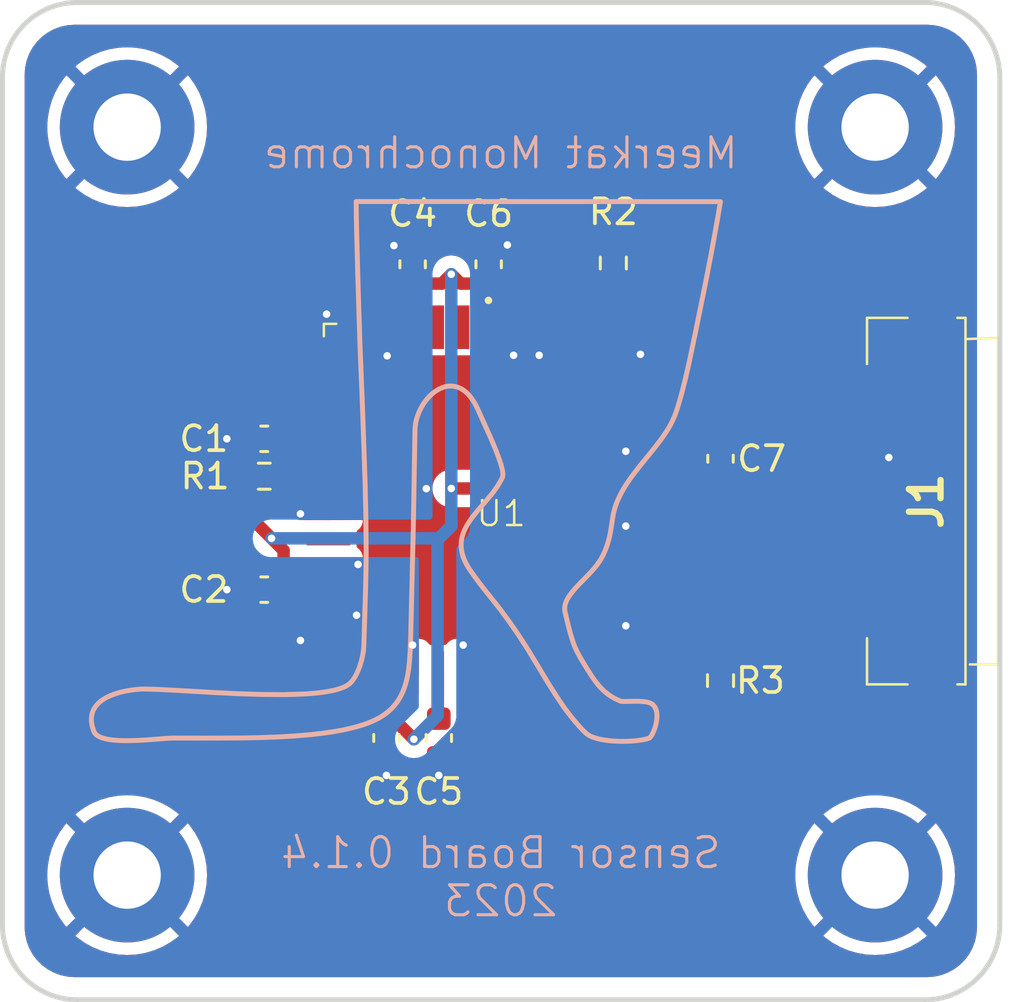
<source format=kicad_pcb>
(kicad_pcb (version 20221018) (generator pcbnew)
  (layers (0 "F.Cu" signal) (31 "B.Cu" signal) (34 "B.Paste" user) (35 "F.Paste" user) (36 "B.SilkS" user "B.Silkscreen") (37 "F.SilkS" user "F.Silkscreen") (38 "B.Mask" user) (39 "F.Mask" user) (44 "Edge.Cuts" user))
  (net 0 "")
  (net 1 "GNDREF")
  (net 2 "/RESET")
  (net 3 "/TRIGGER")
  (net 4 "/STANDBY")
  (net 5 "/SCLK")
  (net 6 "/SDATA")
  (net 7 "/D9")
  (net 8 "/D8")
  (net 9 "/D7")
  (net 10 "/D6")
  (net 11 "/D5")
  (net 12 "/PIXCLK")
  (net 13 "/CLKIN")
  (net 14 "/D4")
  (net 15 "/D3")
  (net 16 "/D2")
  (net 17 "/D1")
  (net 18 "/D0")
  (net 19 "Net-(U1-CLKIN)")
  (net 32 "VDD")
  (net 33 "/FRAME_VALID")
  (net 34 "/LINE_VALID")
  (footprint "MountingHole:MountingHole_2.7mm_M2.5_Pad" (layer "F.Cu") (at 165 115)
    (fp_text reference "H2" hide)
    (fp_text value "M2.5" hide)
  )
  (footprint "Capacitor_SMD:C_0603_1608Metric" (layer "F.Cu") (at 146.45 90.5 -90)
    (fp_text reference "C4")
    (fp_text value "0.1uF" hide)
  )
  (footprint "MountingHole:MountingHole_2.7mm_M2.5_Pad" (layer "F.Cu") (at 165 85)
    (fp_text reference "H1" hide)
    (fp_text value "M2.5" hide)
  )
  (footprint "Capacitor_SMD:C_0603_1608Metric" (layer "F.Cu") (at 147.5 109.5 90)
    (fp_text reference "C5")
    (fp_text value "0.1uF" hide)
  )
  (footprint "meerkat:mt9m001c12stm" (layer "F.Cu") (at 150 100)
    (fp_text reference "U1")
    (fp_text value "~")
  )
  (footprint "MountingHole:MountingHole_2.7mm_M2.5_Pad" (layer "F.Cu") (at 135 115)
    (fp_text reference "H3" hide)
    (fp_text value "M2.5" hide)
  )
  (footprint "Capacitor_SMD:C_0603_1608Metric" (layer "F.Cu") (at 140.5 97.5)
    (fp_text reference "C1")
    (fp_text value "0.1uF" hide)
  )
  (footprint "Resistor_SMD:R_0603_1608Metric" (layer "F.Cu") (at 154.5 90.45 -90)
    (fp_text reference "R2")
    (fp_text value "1.5K" hide)
  )
  (footprint "meerkat:5051102091" (layer "F.Cu") (at 167.3 100 90)
    (fp_text reference "J1")
    (fp_text value "505110-2091" hide)
  )
  (footprint "Capacitor_SMD:C_0603_1608Metric" (layer "F.Cu") (at 158.8 98.3 90)
    (fp_text reference "C7")
    (fp_text value "0.1uF" hide)
  )
  (footprint "Capacitor_SMD:C_0603_1608Metric" (layer "F.Cu") (at 140.5 103.55)
    (fp_text reference "C2")
    (fp_text value "0.1uF" hide)
  )
  (footprint "MountingHole:MountingHole_2.7mm_M2.5_Pad" (layer "F.Cu") (at 135 85)
    (fp_text reference "H4" hide)
    (fp_text value "M2.5" hide)
  )
  (footprint "Capacitor_SMD:C_0603_1608Metric" (layer "F.Cu") (at 145.4 109.5 90)
    (fp_text reference "C3")
    (fp_text value "0.1uF" hide)
  )
  (footprint "Resistor_SMD:R_0603_1608Metric" (layer "F.Cu") (at 140.5 99 180)
    (fp_text reference "R1")
    (fp_text value "10K" hide)
  )
  (footprint "Capacitor_SMD:C_0603_1608Metric" (layer "F.Cu") (at 149.5 90.5 -90)
    (fp_text reference "C6")
    (fp_text value "0.1uF" hide)
  )
  (footprint "Resistor_SMD:R_0603_1608Metric" (layer "F.Cu") (at 158.8 107.2 -90)
    (fp_text reference "R3")
    (fp_text value "30R" hide)
  )
  (gr_poly (pts (xy 144.18296 87.959446) (xy 144.181768 87.959538) (xy 144.180593 87.959689) (xy 144.179438 87.959898) (xy 144.178302 87.960163) (xy 144.177189 87.960484) (xy 144.176098 87.960857) (xy 144.175033 87.961282) (xy 144.173993 87.961756) (xy 144.172981 87.96228) (xy 144.171999 87.96285) (xy 144.171046 87.963466) (xy 144.170126 87.964125) (xy 144.16924 87.964827) (xy 144.168388 87.965569) (xy 144.167573 87.966351) (xy 144.166796 87.96717) (xy 144.166059 87.968025) (xy 144.165362 87.968914) (xy 144.164708 87.969837) (xy 144.164097 87.970791) (xy 144.163532 87.971774) (xy 144.163014 87.972786) (xy 144.162544 87.973824) (xy 144.162124 87.974888) (xy 144.161755 87.975975) (xy 144.161439 87.977084) (xy 144.161177 87.978214) (xy 144.16097 87.979362) (xy 144.160821 87.980528) (xy 144.160731 87.98171) (xy 144.1607 87.982906) (xy 144.1607 87.983077) (xy 144.16873 88.615048) (xy 144.186819 89.399071) (xy 144.225024 90.888906) (xy 144.309819 93.590742) (xy 144.422716 96.430182) (xy 144.521448 99.300379) (xy 144.552295 100.713623) (xy 144.563751 102.09449) (xy 144.554729 102.830813) (xy 144.531838 103.764283) (xy 144.469493 105.786253) (xy 144.464195 105.882787) (xy 144.454404 105.982484) (xy 144.440304 106.084551) (xy 144.422078 106.188193) (xy 144.399907 106.292614) (xy 144.373977 106.397019) (xy 144.344468 106.500613) (xy 144.311564 106.602601) (xy 144.275447 106.702189) (xy 144.236301 106.79858) (xy 144.194308 106.890981) (xy 144.149652 106.978595) (xy 144.102514 107.060628) (xy 144.053078 107.136285) (xy 144.001527 107.204771) (xy 143.948043 107.265291) (xy 143.928004 107.28488) (xy 143.90638 107.303952) (xy 143.883194 107.322512) (xy 143.858467 107.340569) (xy 143.832224 107.35813) (xy 143.804488 107.375201) (xy 143.77528 107.39179) (xy 143.744625 107.407904) (xy 143.712545 107.423551) (xy 143.679064 107.438736) (xy 143.644203 107.453468) (xy 143.607987 107.467753) (xy 143.570438 107.481599) (xy 143.531579 107.495013) (xy 143.491433 107.508002) (xy 143.450024 107.520573) (xy 143.384474 107.538992) (xy 143.316137 107.556451) (xy 143.171403 107.588571) (xy 143.016427 107.617086) (xy 142.851814 107.642153) (xy 142.678168 107.663924) (xy 142.496097 107.682555) (xy 142.306205 107.698201) (xy 142.109097 107.711015) (xy 141.282024 107.736819) (xy 140.390122 107.730542) (xy 139.468978 107.701013) (xy 138.554181 107.657058) (xy 136.885976 107.56118) (xy 136.203743 107.526912) (xy 135.670208 107.513528) (xy 135.558899 107.516371) (xy 135.415923 107.525936) (xy 135.247654 107.54378) (xy 135.156026 107.556293) (xy 135.060465 107.571459) (xy 134.961767 107.589473) (xy 134.86073 107.61053) (xy 134.758149 107.634823) (xy 134.654822 107.662548) (xy 134.551545 107.6939) (xy 134.449115 107.729072) (xy 134.348328 107.768259) (xy 134.249982 107.811656) (xy 134.191787 107.840186) (xy 134.134947 107.870383) (xy 134.079636 107.902286) (xy 134.026031 107.935936) (xy 133.974305 107.971373) (xy 133.924635 108.008637) (xy 133.877194 108.047769) (xy 133.832158 108.088808) (xy 133.789702 108.131795) (xy 133.750001 108.17677) (xy 133.71323 108.223774) (xy 133.679564 108.272847) (xy 133.649178 108.324029) (xy 133.622247 108.37736) (xy 133.598946 108.43288) (xy 133.57945 108.490631) (xy 133.568464 108.530374) (xy 133.559285 108.571151) (xy 133.551966 108.612972) (xy 133.546558 108.655851) (xy 133.543115 108.6998) (xy 133.541689 108.744832) (xy 133.542333 108.790959) (xy 133.545099 108.838193) (xy 133.550041 108.886547) (xy 133.557211 108.936034) (xy 133.566661 108.986666) (xy 133.578444 109.038454) (xy 133.592613 109.091413) (xy 133.60922 109.145554) (xy 133.628319 109.20089) (xy 133.649961 109.257432) (xy 133.656282 109.271931) (xy 133.663365 109.286094) (xy 133.671199 109.299921) (xy 133.67977 109.313416) (xy 133.689067 109.326581) (xy 133.699075 109.339418) (xy 133.709784 109.351929) (xy 133.72118 109.364115) (xy 133.73325 109.37598) (xy 133.745982 109.387526) (xy 133.759364 109.398754) (xy 133.773382 109.409666) (xy 133.788024 109.420266) (xy 133.803278 109.430554) (xy 133.81913 109.440534) (xy 133.835569 109.450207) (xy 133.860486 109.463617) (xy 133.886652 109.476416) (xy 133.914032 109.488614) (xy 133.942592 109.500222) (xy 133.972299 109.511251) (xy 134.00312 109.521712) (xy 134.035019 109.531616) (xy 134.067964 109.540973) (xy 134.10192 109.549795) (xy 134.136854 109.558091) (xy 134.172733 109.565874) (xy 134.209522 109.573154) (xy 134.285695 109.586248) (xy 134.365105 109.59746) (xy 134.525024 109.613927) (xy 134.693694 109.624479) (xy 134.869076 109.629786) (xy 135.049129 109.630517) (xy 135.415087 109.620929) (xy 135.775244 109.601072) (xy 136.412869 109.551979) (xy 136.65769 109.533456) (xy 136.83142 109.526091) (xy 138.1802 109.529168) (xy 139.605546 109.522523) (xy 140.324945 109.508112) (xy 141.0371 109.48234) (xy 141.733216 109.442229) (xy 142.404499 109.384803) (xy 142.835306 109.335239) (xy 143.248487 109.275677) (xy 143.641433 109.20525) (xy 144.011533 109.123089) (xy 144.1872 109.077337) (xy 144.356176 109.028326) (xy 144.518137 108.975947) (xy 144.672754 108.920093) (xy 144.819703 108.860653) (xy 144.958656 108.797521) (xy 145.089287 108.730587) (xy 145.211271 108.659743) (xy 145.311686 108.594124) (xy 145.405998 108.52556) (xy 145.494407 108.454151) (xy 145.577114 108.379999) (xy 145.654318 108.303206) (xy 145.726221 108.223871) (xy 145.793023 108.142096) (xy 145.854925 108.057982) (xy 145.912126 107.971631) (xy 145.964828 107.883144) (xy 146.01323 107.792622) (xy 146.057534 107.700166) (xy 146.09794 107.605877) (xy 146.134648 107.509856) (xy 146.197772 107.313025) (xy 146.248512 107.110481) (xy 146.288469 106.903034) (xy 146.319249 106.691493) (xy 146.342455 106.476667) (xy 146.359691 106.259367) (xy 146.372561 106.0404) (xy 146.391616 105.600708) (xy 146.5 101.122042) (xy 146.567588 97.178638) (xy 146.570919 97.074954) (xy 146.580737 96.971079) (xy 146.596781 96.867394) (xy 146.618791 96.764281) (xy 146.646504 96.662121) (xy 146.67966 96.561293) (xy 146.717997 96.462178) (xy 146.761254 96.365159) (xy 146.80917 96.270614) (xy 146.861484 96.178925) (xy 146.917935 96.090474) (xy 146.978261 96.005639) (xy 147.042201 95.924804) (xy 147.109493 95.848347) (xy 147.179878 95.77665) (xy 147.253093 95.710094) (xy 147.302853 95.669139) (xy 147.353662 95.630705) (xy 147.405442 95.594906) (xy 147.45812 95.561858) (xy 147.51162 95.531676) (xy 147.565867 95.504475) (xy 147.620785 95.480369) (xy 147.676299 95.459475) (xy 147.732334 95.441907) (xy 147.788815 95.427781) (xy 147.845666 95.417211) (xy 147.902812 95.410312) (xy 147.960179 95.407201) (xy 148.01769 95.407991) (xy 148.07527 95.412798) (xy 148.132845 95.421737) (xy 148.194757 95.436071) (xy 148.256432 95.45545) (xy 148.317778 95.480006) (xy 148.378709 95.509873) (xy 148.439133 95.545182) (xy 148.498961 95.586066) (xy 148.558105 95.632658) (xy 148.616474 95.685091) (xy 148.67398 95.743497) (xy 148.730534 95.808008) (xy 148.786044 95.878758) (xy 148.840424 95.955879) (xy 148.893582 96.039503) (xy 148.94543 96.129763) (xy 148.995879 96.226793) (xy 149.044838 96.330723) (xy 149.542439 97.434813) (xy 149.665738 97.721587) (xy 149.779347 97.999166) (xy 149.87864 98.260801) (xy 149.958992 98.499745) (xy 149.975813 98.556019) (xy 149.991039 98.610262) (xy 150.004585 98.662359) (xy 150.016367 98.712193) (xy 150.026301 98.759648) (xy 150.034302 98.804607) (xy 150.040286 98.846953) (xy 150.044167 98.88657) (xy 150.045524 98.910017) (xy 150.046007 98.932233) (xy 150.045908 98.942872) (xy 150.045576 98.953192) (xy 150.045005 98.963191) (xy 150.044192 98.972866) (xy 150.043131 98.982212) (xy 150.041816 98.991227) (xy 150.040244 98.999906) (xy 150.03841 99.008247) (xy 150.036308 99.016246) (xy 150.033933 99.023899) (xy 150.031281 99.031204) (xy 150.028347 99.038156) (xy 149.970795 99.155301) (xy 149.906573 99.26996) (xy 149.836461 99.382374) (xy 149.761237 99.492783) (xy 149.681677 99.601427) (xy 149.598561 99.708549) (xy 149.424772 99.919187) (xy 149.068747 100.332784) (xy 148.98252 100.435988) (xy 148.89896 100.539595) (xy 148.818846 100.643847) (xy 148.742955 100.748985) (xy 148.706322 100.802761) (xy 148.671062 100.856856) (xy 148.63727 100.911299) (xy 148.605044 100.96612) (xy 148.574483 101.02135) (xy 148.545682 101.077019) (xy 148.518739 101.133156) (xy 148.493751 101.189793) (xy 148.470815 101.246959) (xy 148.450029 101.304685) (xy 148.431489 101.363) (xy 148.415293 101.421935) (xy 148.401538 101.48152) (xy 148.390321 101.541785) (xy 148.381739 101.60276) (xy 148.37589 101.664476) (xy 148.372867 101.727001) (xy 148.372771 101.790335) (xy 148.375702 101.854507) (xy 148.381761 101.919548) (xy 148.391048 101.985486) (xy 148.403664 102.052352) (xy 148.41971 102.120175) (xy 148.439286 102.188984) (xy 148.462492 102.25881) (xy 148.489429 102.329681) (xy 148.520199 102.401629) (xy 148.5549 102.474681) (xy 148.593634 102.548868) (xy 148.636502 102.624219) (xy 148.683603 102.700765) (xy 148.735039 102.778534) (xy 148.899736 103.013534) (xy 149.057722 103.228977) (xy 149.209749 103.428379) (xy 149.356567 103.615255) (xy 149.637577 103.965483) (xy 149.773271 104.135866) (xy 149.906757 104.307781) (xy 150.134081 104.610847) (xy 150.342836 104.89919) (xy 150.535137 105.174401) (xy 150.713099 105.43807) (xy 151.034462 105.93714) (xy 151.32384 106.409119) (xy 151.874307 107.32268) (xy 152.169228 107.789699) (xy 152.499829 108.280502) (xy 152.577965 108.38813) (xy 152.686417 108.530421) (xy 152.816434 108.694625) (xy 152.959268 108.867997) (xy 153.106168 109.037786) (xy 153.178409 109.117354) (xy 153.248384 109.191246) (xy 153.315002 109.257868) (xy 153.377167 109.315627) (xy 153.433787 109.362929) (xy 153.483767 109.398181) (xy 153.52668 109.423098) (xy 153.572845 109.446641) (xy 153.622083 109.46883) (xy 153.674213 109.489683) (xy 153.729054 109.509221) (xy 153.786426 109.527462) (xy 153.846148 109.544426) (xy 153.908041 109.560131) (xy 153.971923 109.574599) (xy 154.037615 109.587846) (xy 154.104935 109.599894) (xy 154.173704 109.610762) (xy 154.243741 109.620467) (xy 154.314865 109.629031) (xy 154.459655 109.642809) (xy 154.679596 109.655452) (xy 154.899549 109.659085) (xy 155.114653 109.654303) (xy 155.320049 109.641702) (xy 155.510877 109.621875) (xy 155.682277 109.595419) (xy 155.759173 109.579891) (xy 155.82939 109.562929) (xy 155.892321 109.544607) (xy 155.947357 109.525) (xy 155.951214 109.523318) (xy 155.955174 109.52132) (xy 155.959232 109.519006) (xy 155.963384 109.51638) (xy 155.967624 109.51344) (xy 155.971948 109.51019) (xy 155.97635 109.506631) (xy 155.980826 109.502762) (xy 155.985371 109.498587) (xy 155.989981 109.494106) (xy 155.994649 109.489321) (xy 155.999373 109.484232) (xy 156.004146 109.478842) (xy 156.008963 109.473151) (xy 156.013821 109.467161) (xy 156.018713 109.460873) (xy 156.028937 109.446942) (xy 156.039351 109.431747) (xy 156.04992 109.415336) (xy 156.06061 109.397757) (xy 156.07139 109.379056) (xy 156.082224 109.359283) (xy 156.093079 109.338485) (xy 156.103923 109.316709) (xy 156.11472 109.294004) (xy 156.125439 109.270418) (xy 156.136044 109.245998) (xy 156.146503 109.220791) (xy 156.156782 109.194847) (xy 156.166848 109.168213) (xy 156.176667 109.140936) (xy 156.186205 109.113064) (xy 156.209154 109.039306) (xy 156.219687 109.001331) (xy 156.229501 108.962764) (xy 156.238527 108.923707) (xy 156.246695 108.884263) (xy 156.253937 108.844535) (xy 156.260184 108.804626) (xy 156.265367 108.764638) (xy 156.269418 108.724675) (xy 156.272266 108.684839) (xy 156.273843 108.645233) (xy 156.274081 108.60596) (xy 156.27291 108.567124) (xy 156.270261 108.528826) (xy 156.266066 108.49117) (xy 156.262286 108.465805) (xy 156.257732 108.440818) (xy 156.252384 108.416237) (xy 156.246224 108.392093) (xy 156.239232 108.368416) (xy 156.231389 108.345236) (xy 156.222678 108.322583) (xy 156.213079 108.300486) (xy 156.202572 108.278976) (xy 156.191139 108.258082) (xy 156.178761 108.237834) (xy 156.16542 108.218263) (xy 156.151095 108.199398) (xy 156.135769 108.181269) (xy 156.119422 108.163906) (xy 156.102036 108.147339) (xy 156.091701 108.138491) (xy 156.08078 108.129995) (xy 156.057245 108.114033) (xy 156.031559 108.099403) (xy 156.003852 108.086052) (xy 155.974252 108.073929) (xy 155.942888 108.062982) (xy 155.90989 108.053158) (xy 155.875384 108.044407) (xy 155.839501 108.036675) (xy 155.80237 108.029913) (xy 155.764118 108.024067) (xy 155.724876 108.019086) (xy 155.68477 108.014918) (xy 155.643932 108.011511) (xy 155.602488 108.008814) (xy 155.560569 108.006774) (xy 155.474036 108.004368) (xy 155.387252 108.003845) (xy 155.217635 108.00635) (xy 155.061131 108.010108) (xy 154.990737 108.011149) (xy 154.927151 108.010934) (xy 154.903727 108.010393) (xy 154.881759 108.009545) (xy 154.86134 108.008337) (xy 154.842562 108.006716) (xy 154.825518 108.004628) (xy 154.8103 108.002022) (xy 154.803405 108.000508) (xy 154.797002 107.998844) (xy 154.791102 107.997024) (xy 154.785716 107.995041) (xy 154.718209 107.966823) (xy 154.653161 107.937321) (xy 154.590461 107.906533) (xy 154.53 107.874457) (xy 154.47167 107.84109) (xy 154.41536 107.806431) (xy 154.360961 107.770478) (xy 154.308364 107.733229) (xy 154.208138 107.654833) (xy 154.113808 107.571227) (xy 154.024499 107.482394) (xy 153.939336 107.388319) (xy 153.857444 107.288984) (xy 153.777949 107.184374) (xy 153.699976 107.074471) (xy 153.622649 106.95926) (xy 153.466439 106.712847) (xy 153.302321 106.445003) (xy 153.237719 106.337877) (xy 153.179045 106.237026) (xy 153.1256 106.140603) (xy 153.076681 106.046763) (xy 153.031587 105.953657) (xy 152.989618 105.859439) (xy 152.950071 105.762262) (xy 152.912245 105.660279) (xy 152.87544 105.551644) (xy 152.838953 105.43451) (xy 152.802084 105.307029) (xy 152.764132 105.167355) (xy 152.68217 104.844042) (xy 152.587459 104.449794) (xy 152.578171 104.402265) (xy 152.572818 104.354995) (xy 152.571254 104.307963) (xy 152.573332 104.261148) (xy 152.578906 104.214531) (xy 152.58783 104.168089) (xy 152.599959 104.121804) (xy 152.615146 104.075653) (xy 152.633244 104.029617) (xy 152.654109 103.983675) (xy 152.677594 103.937806) (xy 152.703552 103.891989) (xy 152.731839 103.846205) (xy 152.762307 103.800432) (xy 152.79481 103.75465) (xy 152.829203 103.708839) (xy 152.885554 103.638221) (xy 152.945555 103.567461) (xy 153.008721 103.496494) (xy 153.074567 103.425258) (xy 153.212363 103.281726) (xy 153.355062 103.136361) (xy 153.498786 102.988659) (xy 153.639657 102.838116) (xy 153.70781 102.761622) (xy 153.773796 102.684228) (xy 153.837128 102.605873) (xy 153.897323 102.526492) (xy 153.981128 102.40391) (xy 154.055916 102.278642) (xy 154.122308 102.151375) (xy 154.180926 102.022799) (xy 154.23239 101.893602) (xy 154.277323 101.764472) (xy 154.316345 101.636097) (xy 154.350078 101.509166) (xy 154.379144 101.384368) (xy 154.404164 101.26239) (xy 154.44455 101.029649) (xy 154.504108 100.628303) (xy 154.530642 100.488006) (xy 154.564938 100.349792) (xy 154.606538 100.213562) (xy 154.654985 100.079216) (xy 154.70982 99.946657) (xy 154.770588 99.815786) (xy 154.836829 99.686502) (xy 154.908088 99.558709) (xy 154.983906 99.432307) (xy 155.063827 99.307197) (xy 155.147392 99.183281) (xy 155.234145 99.06046) (xy 155.415382 98.817706) (xy 155.603881 98.578146) (xy 155.991094 98.101757) (xy 156.181075 97.865277) (xy 156.363756 97.628903) (xy 156.451215 97.510514) (xy 156.535477 97.39186) (xy 156.616084 97.272845) (xy 156.692577 97.153371) (xy 156.7645 97.033341) (xy 156.831395 96.912659) (xy 156.892804 96.791226) (xy 156.94827 96.668947) (xy 157.024407 96.475044) (xy 157.100961 96.251454) (xy 157.254227 95.729661) (xy 157.405892 95.13247) (xy 157.553778 94.488785) (xy 157.829506 93.177546) (xy 158.063997 92.027167) (xy 158.255951 91.077606) (xy 158.464818 89.989567) (xy 158.662352 88.911252) (xy 158.816896 88.010729) (xy 158.769372 88.010729) (xy 158.611203 88.929673) (xy 158.414902 90) (xy 158.207947 91.077407) (xy 158.017813 92.017594) (xy 157.783894 93.165695) (xy 157.508922 94.474418) (xy 157.361442 95.116872) (xy 157.21018 95.712913) (xy 157.057294 96.233684) (xy 156.980917 96.456825) (xy 156.904945 96.650328) (xy 156.849761 96.771959) (xy 156.788653 96.892732) (xy 156.722079 97.012745) (xy 156.650494 97.132097) (xy 156.574356 97.250886) (xy 156.494122 97.369212) (xy 156.410249 97.487173) (xy 156.323195 97.604868) (xy 156.141368 97.839855) (xy 155.952297 98.074963) (xy 155.567049 98.548703) (xy 155.376699 98.790759) (xy 155.193796 99.036112) (xy 155.10628 99.160268) (xy 155.021997 99.285538) (xy 154.941404 99.412021) (xy 154.864957 99.539812) (xy 154.793114 99.669009) (xy 154.726331 99.799709) (xy 154.665066 99.932008) (xy 154.609775 100.066004) (xy 154.560916 100.201793) (xy 154.518945 100.339472) (xy 154.484319 100.479139) (xy 154.457495 100.620889) (xy 154.398891 101.017827) (xy 154.359244 101.248073) (xy 154.334666 101.368752) (xy 154.306093 101.492225) (xy 154.272905 101.617809) (xy 154.234482 101.744821) (xy 154.190205 101.872579) (xy 154.139454 102.0004) (xy 154.08161 102.127603) (xy 154.016054 102.253503) (xy 153.942166 102.377419) (xy 153.859326 102.498669) (xy 153.79916 102.578011) (xy 153.73586 102.65632) (xy 153.66991 102.733661) (xy 153.601795 102.810096) (xy 153.461009 102.960506) (xy 153.317377 103.10806) (xy 153.174778 103.253269) (xy 153.037087 103.396642) (xy 152.971295 103.4678) (xy 152.908183 103.538691) (xy 152.848237 103.609377) (xy 152.791942 103.679924) (xy 152.755807 103.728155) (xy 152.721742 103.776378) (xy 152.689889 103.824612) (xy 152.66039 103.872873) (xy 152.633387 103.921181) (xy 152.60902 103.969552) (xy 152.587433 104.018004) (xy 152.568766 104.066555) (xy 152.553161 104.115222) (xy 152.54076 104.164024) (xy 152.531704 104.212977) (xy 152.526136 104.262101) (xy 152.524197 104.311411) (xy 152.526028 104.360926) (xy 152.531772 104.410664) (xy 152.54157 104.460643) (xy 152.637 104.857643) (xy 152.719625 105.183193) (xy 152.795083 105.452177) (xy 152.831886 105.570109) (xy 152.869011 105.67948) (xy 152.907164 105.782153) (xy 152.947047 105.879987) (xy 152.989367 105.974843) (xy 153.034828 106.068582) (xy 153.137992 106.260149) (xy 153.262175 106.469573) (xy 153.428627 106.741034) (xy 153.587225 106.990609) (xy 153.665779 107.107247) (xy 153.74501 107.218483) (xy 153.825798 107.324338) (xy 153.909023 107.424838) (xy 153.995564 107.520004) (xy 154.086303 107.609859) (xy 154.182119 107.694427) (xy 154.283891 107.77373) (xy 154.392501 107.847792) (xy 154.508828 107.916635) (xy 154.633752 107.980283) (xy 154.768153 108.038758) (xy 154.774191 108.040988) (xy 154.7808 108.043067) (xy 154.787967 108.045) (xy 154.795681 108.046789) (xy 154.803929 108.048436) (xy 154.812699 108.049946) (xy 154.821979 108.05132) (xy 154.831757 108.052562) (xy 154.84202 108.053675) (xy 154.852756 108.054662) (xy 154.875599 108.056269) (xy 154.900189 108.057408) (xy 154.926427 108.058101) (xy 154.989853 108.058312) (xy 155.060087 108.057267) (xy 155.216272 108.053507) (xy 155.299869 108.051837) (xy 155.385567 108.051003) (xy 155.472188 108.05153) (xy 155.558556 108.053939) (xy 155.637266 108.058219) (xy 155.713765 108.064887) (xy 155.750874 108.069269) (xy 155.787056 108.074431) (xy 155.822188 108.080434) (xy 155.856143 108.087339) (xy 155.888798 108.095209) (xy 155.920029 108.104102) (xy 155.94971 108.114082) (xy 155.977718 108.125208) (xy 156.003927 108.137542) (xy 156.028213 108.151145) (xy 156.050452 108.166078) (xy 156.070518 108.182403) (xy 156.0864 108.197553) (xy 156.101308 108.213444) (xy 156.115262 108.230047) (xy 156.128284 108.247334) (xy 156.140395 108.265275) (xy 156.151613 108.283842) (xy 156.161961 108.303004) (xy 156.171459 108.322734) (xy 156.180127 108.343001) (xy 156.187986 108.363778) (xy 156.195057 108.385034) (xy 156.20136 108.40674) (xy 156.206915 108.428869) (xy 156.211745 108.451389) (xy 156.215868 108.474273) (xy 156.219306 108.497492) (xy 156.22336 108.533849) (xy 156.225907 108.570827) (xy 156.227016 108.608326) (xy 156.226754 108.646248) (xy 156.22519 108.684493) (xy 156.222393 108.722963) (xy 156.218431 108.761559) (xy 156.213372 108.800181) (xy 156.207284 108.838731) (xy 156.200235 108.87711) (xy 156.192295 108.91522) (xy 156.183531 108.95296) (xy 156.163805 109.026937) (xy 156.141604 109.098251) (xy 156.125711 109.143867) (xy 156.109111 109.187735) (xy 156.091957 109.229613) (xy 156.074406 109.269259) (xy 156.056612 109.306433) (xy 156.03873 109.340891) (xy 156.020915 109.372393) (xy 156.003323 109.400698) (xy 155.993045 109.416114) (xy 155.983053 109.430186) (xy 155.978169 109.436689) (xy 155.973362 109.442822) (xy 155.968633 109.448574) (xy 155.963986 109.453932) (xy 155.959421 109.458886) (xy 155.954941 109.463425) (xy 155.950547 109.467536) (xy 155.946242 109.471208) (xy 155.942027 109.47443) (xy 155.937904 109.477191) (xy 155.933875 109.479479) (xy 155.929942 109.481283) (xy 155.875692 109.500607) (xy 155.813659 109.518631) (xy 155.74444 109.535285) (xy 155.668635 109.550501) (xy 155.586844 109.56421) (xy 155.499665 109.576342) (xy 155.407698 109.58683) (xy 155.311542 109.595604) (xy 155.211796 109.602596) (xy 155.10906 109.607736) (xy 155.003932 109.610956) (xy 154.897012 109.612186) (xy 154.7889 109.611359) (xy 154.680194 109.608405) (xy 154.571493 109.603255) (xy 154.463398 109.595841) (xy 154.321751 109.582383) (xy 154.183639 109.564657) (xy 154.050478 109.542477) (xy 153.986197 109.529658) (xy 153.923685 109.515657) (xy 153.863119 109.500448) (xy 153.804676 109.48401) (xy 153.748534 109.466318) (xy 153.694868 109.447349) (xy 153.643858 109.427081) (xy 153.595678 109.40549) (xy 153.550507 109.382552) (xy 153.508522 109.358244) (xy 153.459219 109.323403) (xy 153.40338 109.276644) (xy 153.342083 109.219542) (xy 153.276405 109.153676) (xy 153.207421 109.080621) (xy 153.136208 109.001955) (xy 152.991405 108.834096) (xy 152.850608 108.662715) (xy 152.722431 108.500426) (xy 152.615488 108.359846) (xy 152.538391 108.253588) (xy 152.367494 108.004317) (xy 152.207638 107.762581) (xy 151.912586 107.295356) (xy 151.361894 106.381367) (xy 151.072408 105.909162) (xy 150.750931 105.409857) (xy 150.572908 105.146066) (xy 150.38054 104.87073) (xy 150.171714 104.582259) (xy 149.944313 104.279062) (xy 149.810982 104.107403) (xy 149.675437 103.937268) (xy 149.394732 103.587533) (xy 149.248085 103.400917) (xy 149.09625 103.201791) (xy 148.938484 102.986646) (xy 148.774043 102.751975) (xy 148.723936 102.676262) (xy 148.678021 102.60175) (xy 148.636206 102.52841) (xy 148.598396 102.456211) (xy 148.564498 102.385122) (xy 148.534417 102.315113) (xy 148.508061 102.246154) (xy 148.485334 102.178214) (xy 148.466144 102.111263) (xy 148.450396 102.045269) (xy 148.437997 101.980204) (xy 148.428852 101.916036) (xy 148.422869 101.852735) (xy 148.419952 101.79027) (xy 148.420009 101.728611) (xy 148.422945 101.667727) (xy 148.428637 101.607598) (xy 148.437016 101.548196) (xy 148.447986 101.489491) (xy 148.461448 101.431453) (xy 148.477303 101.374051) (xy 148.495455 101.317254) (xy 148.515804 101.261033) (xy 148.538253 101.205357) (xy 148.562704 101.150195) (xy 148.589058 101.095518) (xy 148.617217 101.041293) (xy 148.647085 100.987492) (xy 148.678561 100.934084) (xy 148.711548 100.881038) (xy 148.745949 100.828324) (xy 148.781665 100.775911) (xy 148.85785 100.67033) (xy 148.938256 100.56563) (xy 149.022102 100.461572) (xy 149.108612 100.357914) (xy 149.465723 99.942474) (xy 149.553877 99.837209) (xy 149.640025 99.730902) (xy 149.72339 99.623311) (xy 149.803192 99.514195) (xy 149.878655 99.403316) (xy 149.948998 99.29043) (xy 150.013445 99.1753) (xy 150.071217 99.057682) (xy 150.074609 99.049684) (xy 150.077711 99.041279) (xy 150.080525 99.032471) (xy 150.08305 99.023266) (xy 150.085289 99.013666) (xy 150.087241 99.003675) (xy 150.088908 98.993297) (xy 150.090291 98.982537) (xy 150.09139 98.971398) (xy 150.092207 98.959884) (xy 150.092742 98.947999) (xy 150.092996 98.935747) (xy 150.092971 98.923131) (xy 150.092666 98.910157) (xy 150.092083 98.896827) (xy 150.091222 98.883146) (xy 150.087222 98.842417) (xy 150.081099 98.798908) (xy 150.072929 98.752731) (xy 150.062787 98.704001) (xy 150.05075 98.652832) (xy 150.036893 98.599337) (xy 150.021291 98.543631) (xy 150.004022 98.485828) (xy 149.92349 98.246302) (xy 149.823983 97.984019) (xy 149.710135 97.705747) (xy 149.586575 97.418252) (xy 149.087868 96.311381) (xy 149.037198 96.204016) (xy 148.98492 96.103856) (xy 148.931138 96.010753) (xy 148.875955 95.924559) (xy 148.819472 95.845127) (xy 148.761793 95.772309) (xy 148.70302 95.705957) (xy 148.643256 95.645926) (xy 148.582603 95.592066) (xy 148.521164 95.544231) (xy 148.459042 95.502273) (xy 148.396338 95.466045) (xy 148.333156 95.435398) (xy 148.269599 95.410187) (xy 148.205769 95.390263) (xy 148.141768 95.375479) (xy 148.081646 95.366132) (xy 148.021501 95.36105) (xy 147.961413 95.360121) (xy 147.901463 95.36323) (xy 147.841733 95.370264) (xy 147.782302 95.38111) (xy 147.723252 95.395656) (xy 147.664664 95.413787) (xy 147.606619 95.43539) (xy 147.549197 95.460352) (xy 147.49248 95.48856) (xy 147.436549 95.5199) (xy 147.381485 95.554259) (xy 147.327368 95.591524) (xy 147.274279 95.631582) (xy 147.2223 95.674318) (xy 147.147311 95.742466) (xy 147.075226 95.815885) (xy 147.006312 95.894185) (xy 146.940835 95.976976) (xy 146.879064 96.063866) (xy 146.821263 96.154467) (xy 146.767702 96.248387) (xy 146.718645 96.345236) (xy 146.67436 96.444624) (xy 146.635114 96.54616) (xy 146.601174 96.649455) (xy 146.572806 96.754118) (xy 146.550278 96.859757) (xy 146.533856 96.965984) (xy 146.523807 97.072408) (xy 146.520398 97.178638) (xy 146.452873 101.121181) (xy 146.344561 105.598721) (xy 146.326022 106.032685) (xy 146.297044 106.463442) (xy 146.274638 106.675604) (xy 146.244817 106.884548) (xy 146.205981 107.089469) (xy 146.156528 107.289561) (xy 146.094857 107.484018) (xy 146.019365 107.672037) (xy 145.928453 107.852811) (xy 145.876713 107.940229) (xy 145.820517 108.025534) (xy 145.759665 108.108625) (xy 145.693957 108.189402) (xy 145.623192 108.267763) (xy 145.547171 108.343609) (xy 145.465692 108.416838) (xy 145.378557 108.487349) (xy 145.285565 108.555043) (xy 145.186515 108.619818) (xy 145.065395 108.690116) (xy 144.935684 108.756499) (xy 144.797707 108.819081) (xy 144.651789 108.877974) (xy 144.498255 108.933291) (xy 144.337431 108.985145) (xy 144.169642 109.033648) (xy 143.995212 109.078913) (xy 143.814468 109.121054) (xy 143.627734 109.160182) (xy 143.435336 109.19641) (xy 143.237598 109.229852) (xy 142.827407 109.288826) (xy 142.399762 109.338006) (xy 141.729035 109.395367) (xy 141.033505 109.435412) (xy 140.321955 109.461123) (xy 139.603173 109.475477) (xy 138.17905 109.482037) (xy 136.83142 109.478926) (xy 136.658232 109.4863) (xy 136.413971 109.504847) (xy 135.777585 109.554026) (xy 135.418139 109.573939) (xy 135.052977 109.583589) (xy 134.873359 109.582891) (xy 134.698438 109.577617) (xy 134.530259 109.567098) (xy 134.370863 109.550663) (xy 134.294079 109.539909) (xy 134.220398 109.527365) (xy 134.150091 109.512937) (xy 134.083427 109.496528) (xy 134.051546 109.487551) (xy 134.020677 109.478044) (xy 133.990854 109.467994) (xy 133.96211 109.457389) (xy 133.93448 109.446219) (xy 133.907996 109.43447) (xy 133.882694 109.422131) (xy 133.858605 109.40919) (xy 133.844022 109.400632) (xy 133.829957 109.391828) (xy 133.816423 109.382773) (xy 133.803432 109.37346) (xy 133.790998 109.363885) (xy 133.779133 109.354042) (xy 133.76785 109.343927) (xy 133.757161 109.333533) (xy 133.747079 109.322855) (xy 133.737616 109.311888) (xy 133.728786 109.300628) (xy 133.720601 109.289067) (xy 133.713073 109.277202) (xy 133.706216 109.265026) (xy 133.700041 109.252535) (xy 133.694562 109.239723) (xy 133.673663 109.185495) (xy 133.65518 109.132427) (xy 133.639066 109.080506) (xy 133.625275 109.029721) (xy 133.613759 108.980058) (xy 133.604474 108.931504) (xy 133.597371 108.884047) (xy 133.592406 108.837674) (xy 133.589532 108.792372) (xy 133.588701 108.74813) (xy 133.589869 108.704933) (xy 133.592988 108.662769) (xy 133.598012 108.621626) (xy 133.604895 108.58149) (xy 133.61359 108.54235) (xy 133.624051 108.504192) (xy 133.633027 108.476214) (xy 133.642942 108.448786) (xy 133.653775 108.421901) (xy 133.665504 108.395555) (xy 133.691566 108.344456) (xy 133.720953 108.295445) (xy 133.753494 108.248479) (xy 133.789015 108.203513) (xy 133.827344 108.160505) (xy 133.868308 108.119409) (xy 133.911733 108.080184) (xy 133.957448 108.042784) (xy 134.005278 108.007166) (xy 134.055052 107.973287) (xy 134.106596 107.941102) (xy 134.159738 107.910569) (xy 134.214304 107.881643) (xy 134.270122 107.854281) (xy 134.367103 107.811503) (xy 134.466499 107.772881) (xy 134.567522 107.738223) (xy 134.669384 107.707336) (xy 134.771296 107.680027) (xy 134.872471 107.656103) (xy 134.972119 107.635372) (xy 135.069453 107.617641) (xy 135.254025 107.59041) (xy 135.419879 107.572867) (xy 135.560709 107.563471) (xy 135.670208 107.560682) (xy 136.20382 107.574058) (xy 136.886261 107.608308) (xy 138.55517 107.704142) (xy 139.470403 107.748086) (xy 140.392001 107.777618) (xy 141.284345 107.78392) (xy 141.708417 107.775602) (xy 142.11182 107.758169) (xy 142.310472 107.745201) (xy 142.501861 107.729373) (xy 142.685376 107.710536) (xy 142.860403 107.688539) (xy 143.026332 107.66323) (xy 143.182549 107.634461) (xy 143.328443 107.602079) (xy 143.463402 107.565935) (xy 143.506583 107.552766) (xy 143.548428 107.539139) (xy 143.588914 107.525051) (xy 143.62802 107.510497) (xy 143.665726 107.495473) (xy 143.702008 107.479975) (xy 143.736846 107.463999) (xy 143.770218 107.44754) (xy 143.802104 107.430594) (xy 143.83248 107.413157) (xy 143.861327 107.395225) (xy 143.888622 107.376794) (xy 143.914343 107.357858) (xy 143.938471 107.338414) (xy 143.960982 107.318459) (xy 143.981856 107.297986) (xy 144.036529 107.236163) (xy 144.089266 107.166216) (xy 144.139876 107.088954) (xy 144.188165 107.00519) (xy 144.233942 106.915732) (xy 144.277014 106.821391) (xy 144.31719 106.722978) (xy 144.354276 106.621302) (xy 144.388082 106.517175) (xy 144.418413 106.411406) (xy 144.445079 106.304806) (xy 144.467887 106.198186) (xy 144.486645 106.092354) (xy 144.501161 105.988123) (xy 144.511242 105.886302) (xy 144.516696 105.787702) (xy 144.57904 103.765007) (xy 144.601932 102.831142) (xy 144.610954 102.09449) (xy 144.599492 100.713546) (xy 144.56863 99.300209) (xy 144.469863 96.429775) (xy 144.35696 93.590033) (xy 144.272227 90.887826) (xy 144.23445 89.417115) (xy 144.216373 88.639805) (xy 144.207903 88.006568) (xy 158.769372 88.010729) (xy 158.816896 88.010729) (xy 158.820306 87.990859) (xy 158.820355 87.990619) (xy 158.820399 87.99038) (xy 158.820436 87.990142) (xy 158.820469 87.989904) (xy 158.820519 87.989428) (xy 158.820553 87.988953) (xy 158.820573 87.98848) (xy 158.820584 87.988007) (xy 158.820588 87.987066) (xy 158.820564 87.986003) (xy 158.820491 87.984949) (xy 158.820372 87.983907) (xy 158.820207 87.982876) (xy 158.819997 87.981859) (xy 158.819743 87.980856) (xy 158.819446 87.97987) (xy 158.819106 87.9789) (xy 158.818726 87.977949) (xy 158.818305 87.977017) (xy 158.817846 87.976106) (xy 158.817348 87.975217) (xy 158.816813 87.974351) (xy 158.816242 87.973509) (xy 158.815635 87.972693) (xy 158.814994 87.971904) (xy 158.81432 87.971143) (xy 158.813614 87.970412) (xy 158.812876 87.96971) (xy 158.812108 87.969041) (xy 158.811311 87.968405) (xy 158.810485 87.967802) (xy 158.809631 87.967236) (xy 158.808752 87.966706) (xy 158.807846 87.966213) (xy 158.806916 87.96576) (xy 158.805963 87.965347) (xy 158.804987 87.964976) (xy 158.80399 87.964648) (xy 158.802971 87.964363) (xy 158.801934 87.964124) (xy 158.800877 87.963931) (xy 158.799906 87.963798) (xy 158.799425 87.963738) (xy 158.79895 87.963684) (xy 158.798482 87.963639) (xy 158.798023 87.963605) (xy 158.797573 87.963583) (xy 158.797134 87.963575) (xy 144.184302 87.959415) (xy 144.184167 87.959415)) (stroke (width 0.15)) (fill solid) (layer "B.SilkS"))
  (gr_line (start 170 83) (end 170 117) (stroke (width 0.2)) (layer "Edge.Cuts"))
  (gr_arc (start 130 83) (mid 130.87868 80.87868) (end 133 80) (stroke (width 0.2)) (layer "Edge.Cuts"))
  (gr_arc (start 167 80) (mid 169.12132 80.87868) (end 170 83) (stroke (width 0.2)) (layer "Edge.Cuts"))
  (gr_arc (start 170 117) (mid 169.12132 119.12132) (end 167 120) (stroke (width 0.2)) (layer "Edge.Cuts"))
  (gr_line (start 133 80) (end 167 80) (stroke (width 0.2)) (layer "Edge.Cuts"))
  (gr_line (start 130 117) (end 130 83) (stroke (width 0.2)) (layer "Edge.Cuts"))
  (gr_line (start 167 120) (end 133 120) (stroke (width 0.2)) (layer "Edge.Cuts"))
  (gr_arc (start 133 120) (mid 130.87868 119.12132) (end 130 117) (stroke (width 0.2)) (layer "Edge.Cuts"))
  (gr_text "Meerkat Monochrome" (at 149.9875 86.742) (layer "B.SilkS") (effects (font (size 1.2 1.2) (thickness 0.125)) (justify bottom mirror)))
  (gr_text "Sensor Board 0.1.4\n2023" (at 149.9875 116.742) (layer "B.SilkS") (effects (font (size 1.2 1.2) (thickness 0.125)) (justify bottom mirror)))
  (segment (start 151.524 93.025) (end 151.524 94.149) (width 0.5) (layer "F.Cu") (net 1))
  (segment (start 143.078 104.575) (end 143.075 104.572) (width 0.5) (layer "F.Cu") (net 1))
  (segment (start 146.45 89.725) (end 145.725 89.725) (width 0.5) (layer "F.Cu") (net 1))
  (segment (start 151.524 94.149) (end 151.525 94.15) (width 0.5) (layer "F.Cu") (net 1))
  (segment (start 157.849 98.476) (end 158.8 97.525) (width 0.5) (layer "F.Cu") (net 1))
  (segment (start 146.45 89.725) (end 149.5 89.725) (width 0.5) (layer "F.Cu") (net 1))
  (segment (start 146.45 106.894) (end 146.444 106.9) (width 0.5) (layer "F.Cu") (net 1))
  (segment (start 159.525 98.25) (end 158.8 97.525) (width 0.3) (layer "F.Cu") (net 1))
  (segment (start 141.95 105.59) (end 143.073 105.59) (width 0.5) (layer "F.Cu") (net 1))
  (segment (start 148.476 105.774) (end 148.476 106.9) (width 0.5) (layer "F.Cu") (net 1))
  (segment (start 139.725 103.55) (end 139 103.55) (width 0.5) (layer "F.Cu") (net 1))
  (segment (start 165.55 98.25) (end 159.525 98.25) (width 0.3) (layer "F.Cu") (net 1))
  (segment (start 143.073 100.51) (end 143.075 100.508) (width 0.5) (layer "F.Cu") (net 1))
  (segment (start 145.428 90.022) (end 145.428 93.025) (width 0.5) (layer "F.Cu") (net 1))
  (segment (start 150.25 89.725) (end 149.5 89.725) (width 0.5) (layer "F.Cu") (net 1))
  (segment (start 144.26 102.54) (end 143.075 102.54) (width 0.5) (layer "F.Cu") (net 1))
  (segment (start 145.7 89.75) (end 145.428 90.022) (width 0.5) (layer "F.Cu") (net 1))
  (segment (start 143.073 105.59) (end 143.075 105.588) (width 0.5) (layer "F.Cu") (net 1))
  (segment (start 150.508 93.025) (end 150.508 94.142) (width 0.5) (layer "F.Cu") (net 1))
  (segment (start 146.45 105.774) (end 146.45 106.894) (width 0.5) (layer "F.Cu") (net 1))
  (segment (start 145.725 89.725) (end 145.7 89.75) (width 0.5) (layer "F.Cu") (net 1))
  (segment (start 145.428 94.172) (end 145.428 93.025) (width 0.5) (layer "F.Cu") (net 1))
  (segment (start 150.508 94.142) (end 150.5 94.15) (width 0.5) (layer "F.Cu") (net 1))
  (segment (start 144.2 104.575) (end 143.078 104.575) (width 0.5) (layer "F.Cu") (net 1))
  (segment (start 155.588 94.112) (end 155.588 93.025) (width 0.5) (layer "F.Cu") (net 1))
  (segment (start 141.95 100.51) (end 143.073 100.51) (width 0.5) (layer "F.Cu") (net 1))
  (segment (start 156.975 98.476) (end 157.849 98.476) (width 0.5) (layer "F.Cu") (net 1))
  (segment (start 139.725 97.5) (end 139 97.5) (width 0.5) (layer "F.Cu") (net 1))
  (via (at 155.588 94.112) (size 0.5) (drill 0.3) (layers "F.Cu" "B.Cu") (net 1))
  (via (at 143 92.5) (size 0.5) (drill 0.3) (layers "F.Cu" "B.Cu") (net 1))
  (via (at 144.26 102.54) (size 0.5) (drill 0.3) (layers "F.Cu" "B.Cu") (net 1))
  (via (at 151.525 94.15) (size 0.5) (drill 0.3) (layers "F.Cu" "B.Cu") (net 1))
  (via (at 144.2 104.575) (size 0.5) (drill 0.3) (layers "F.Cu" "B.Cu") (net 1))
  (via (at 155 98) (size 0.5) (drill 0.3) (layers "F.Cu" "B.Cu") (net 1))
  (via (at 146.45 105.774) (size 0.5) (drill 0.3) (layers "F.Cu" "B.Cu") (net 1))
  (via (at 145.7 89.75) (size 0.5) (drill 0.3) (layers "F.Cu" "B.Cu") (net 1))
  (via (at 155 105) (size 0.5) (drill 0.3) (layers "F.Cu" "B.Cu") (net 1))
  (via (at 147.5 111) (size 0.5) (drill 0.3) (layers "F.Cu" "B.Cu") (net 1))
  (via (at 141.95 100.51) (size 0.5) (drill 0.3) (layers "F.Cu" "B.Cu") (net 1))
  (via (at 148.476 105.774) (size 0.5) (drill 0.3) (layers "F.Cu" "B.Cu") (net 1))
  (via (at 150.25 89.725) (size 0.5) (drill 0.3) (layers "F.Cu" "B.Cu") (net 1))
  (via (at 147 99.5) (size 0.5) (drill 0.3) (layers "F.Cu" "B.Cu") (net 1))
  (via (at 139 103.55) (size 0.5) (drill 0.3) (layers "F.Cu" "B.Cu") (net 1))
  (via (at 139 97.5) (size 0.5) (drill 0.3) (layers "F.Cu" "B.Cu") (net 1))
  (via (at 145.428 94.172) (size 0.5) (drill 0.3) (layers "F.Cu" "B.Cu") (net 1))
  (via (at 145.4 111) (size 0.5) (drill 0.3) (layers "F.Cu" "B.Cu") (net 1))
  (via (at 150.5 94.15) (size 0.5) (drill 0.3) (layers "F.Cu" "B.Cu") (net 1))
  (via (at 141.95 105.59) (size 0.5) (drill 0.3) (layers "F.Cu" "B.Cu") (net 1))
  (via (at 155 101) (size 0.5) (drill 0.3) (layers "F.Cu" "B.Cu") (net 1))
  (via (at 165.55 98.25) (size 0.5) (drill 0.3) (layers "F.Cu" "B.Cu") (net 1))
  (segment (start 141.275 97.5) (end 141.275 98.95) (width 0.25) (layer "F.Cu") (net 2))
  (segment (start 141.275 97.5) (end 143.035 97.5) (width 0.25) (layer "F.Cu") (net 2))
  (segment (start 143.035 97.5) (end 143.075 97.46) (width 0.25) (layer "F.Cu") (net 2))
  (segment (start 141.275 98.95) (end 141.325 99) (width 0.25) (layer "F.Cu") (net 2))
  (segment (start 162.15 95.25) (end 164.675 95.25) (width 0.25) (layer "F.Cu") (net 3))
  (segment (start 141.05 94.528) (end 141.05 89.813604) (width 0.25) (layer "F.Cu") (net 3))
  (segment (start 143.075 95.428) (end 141.95 95.428) (width 0.25) (layer "F.Cu") (net 3))
  (segment (start 142.613604 88.25) (end 155.15 88.25) (width 0.25) (layer "F.Cu") (net 3))
  (segment (start 141.95 95.428) (end 141.05 94.528) (width 0.25) (layer "F.Cu") (net 3))
  (segment (start 141.05 89.813604) (end 142.613604 88.25) (width 0.25) (layer "F.Cu") (net 3))
  (segment (start 155.15 88.25) (end 162.15 95.25) (width 0.25) (layer "F.Cu") (net 3))
  (segment (start 142.75 88.75) (end 141.5 90) (width 0.25) (layer "F.Cu") (net 4))
  (segment (start 141.5 90) (end 141.5 93.9) (width 0.25) (layer "F.Cu") (net 4))
  (segment (start 141.5 93.9) (end 142.012 94.412) (width 0.25) (layer "F.Cu") (net 4))
  (segment (start 154.842462 88.75) (end 142.75 88.75) (width 0.25) (layer "F.Cu") (net 4))
  (segment (start 142.012 94.412) (end 143.075 94.412) (width 0.25) (layer "F.Cu") (net 4))
  (segment (start 164.675 95.75) (end 161.842462 95.75) (width 0.25) (layer "F.Cu") (net 4))
  (segment (start 161.842462 95.75) (end 154.842462 88.75) (width 0.25) (layer "F.Cu") (net 4))
  (segment (start 153.257538 90.4) (end 152.54 91.117538) (width 0.25) (layer "F.Cu") (net 5))
  (segment (start 152.54 91.117538) (end 152.54 93.025) (width 0.25) (layer "F.Cu") (net 5))
  (segment (start 161.45 96.25) (end 155.6 90.4) (width 0.25) (layer "F.Cu") (net 5))
  (segment (start 164.675 96.25) (end 161.45 96.25) (width 0.25) (layer "F.Cu") (net 5))
  (segment (start 155.6 90.4) (end 153.257538 90.4) (width 0.25) (layer "F.Cu") (net 5))
  (segment (start 153.925 91.275) (end 154.5 91.275) (width 0.25) (layer "F.Cu") (net 6))
  (segment (start 153.556 91.644) (end 153.925 91.275) (width 0.25) (layer "F.Cu") (net 6))
  (segment (start 161.15 96.75) (end 164.675 96.75) (width 0.25) (layer "F.Cu") (net 6))
  (segment (start 153.556 93.025) (end 153.556 91.644) (width 0.25) (layer "F.Cu") (net 6))
  (segment (start 155.675 91.275) (end 161.15 96.75) (width 0.25) (layer "F.Cu") (net 6))
  (segment (start 154.5 91.275) (end 155.675 91.275) (width 0.25) (layer "F.Cu") (net 6))
  (segment (start 160.241543 99.709772) (end 160.241543 100.109772) (width 0.2) (layer "F.Cu") (net 7))
  (segment (start 156.975 100.508) (end 158 100.508) (width 0.2) (layer "F.Cu") (net 7))
  (segment (start 159.091543 100.409772) (end 159.341543 100.409772) (width 0.2) (layer "F.Cu") (net 7))
  (segment (start 158.491543 100.059772) (end 158.741543 100.059772) (width 0.2) (layer "F.Cu") (net 7))
  (segment (start 162.05 99.25) (end 164.675 99.25) (width 0.2) (layer "F.Cu") (net 7))
  (segment (start 158 100.508) (end 158.044516 100.506799) (width 0.2) (layer "F.Cu") (net 7))
  (segment (start 158.044516 100.506799) (end 158.141543 100.409772) (width 0.2) (layer "F.Cu") (net 7))
  (segment (start 160.890228 100.409772) (end 162.05 99.25) (width 0.2) (layer "F.Cu") (net 7))
  (segment (start 159.641543 100.109772) (end 159.641543 99.709772) (width 0.2) (layer "F.Cu") (net 7))
  (segment (start 160.541543 100.409772) (end 160.890228 100.409772) (width 0.2) (layer "F.Cu") (net 7))
  (arc (start 159.341543 100.409772) (mid 159.553675 100.321904) (end 159.641543 100.109772) (width 0.2) (layer "F.Cu") (net 7))
  (arc (start 158.141543 100.409772) (mid 158.265287 100.358516) (end 158.316543 100.234772) (width 0.2) (layer "F.Cu") (net 7))
  (arc (start 159.641543 99.709772) (mid 159.729411 99.49764) (end 159.941543 99.409772) (width 0.2) (layer "F.Cu") (net 7))
  (arc (start 159.941543 99.409772) (mid 160.153675 99.49764) (end 160.241543 99.709772) (width 0.2) (layer "F.Cu") (net 7))
  (arc (start 158.916543 100.234772) (mid 158.967799 100.358516) (end 159.091543 100.409772) (width 0.2) (layer "F.Cu") (net 7))
  (arc (start 158.741543 100.059772) (mid 158.865287 100.111028) (end 158.916543 100.234772) (width 0.2) (layer "F.Cu") (net 7))
  (arc (start 158.316543 100.234772) (mid 158.367799 100.111028) (end 158.491543 100.059772) (width 0.2) (layer "F.Cu") (net 7))
  (arc (start 160.241543 100.109772) (mid 160.329411 100.321904) (end 160.541543 100.409772) (width 0.2) (layer "F.Cu") (net 7))
  (segment (start 158.061259 101.536935) (end 158.151349 101.507663) (width 0.2) (layer "F.Cu") (net 8))
  (segment (start 160.2 100.987896) (end 160.2 101.237896) (width 0.2) (layer "F.Cu") (net 8))
  (segment (start 158.151349 101.507663) (end 158.227985 101.451985) (width 0.2) (layer "F.Cu") (net 8))
  (segment (start 158.313896 101.237896) (end 158.313896 101.137896) (width 0.2) (layer "F.Cu") (net 8))
  (segment (start 158.613896 100.837896) (end 158.661217 100.839127) (width 0.2) (layer "F.Cu") (net 8))
  (segment (start 158 101.524) (end 158.013896 101.537896) (width 0.2) (layer "F.Cu") (net 8))
  (segment (start 158.913896 101.137896) (end 158.913896 101.237896) (width 0.2) (layer "F.Cu") (net 8))
  (segment (start 158.883425 101.000566) (end 158.912672 101.090575) (width 0.2) (layer "F.Cu") (net 8))
  (segment (start 158.661217 100.839127) (end 158.751227 100.868371) (width 0.2) (layer "F.Cu") (net 8))
  (segment (start 158.913896 101.237896) (end 158.915127 101.285217) (width 0.2) (layer "F.Cu") (net 8))
  (segment (start 158.315128 101.090576) (end 158.344374 101.000568) (width 0.2) (layer "F.Cu") (net 8))
  (segment (start 158.915127 101.285217) (end 158.944371 101.375227) (width 0.2) (layer "F.Cu") (net 8))
  (segment (start 159.6 101.237896) (end 159.6 100.987896) (width 0.2) (layer "F.Cu") (net 8))
  (segment (start 158.227985 101.451985) (end 158.283663 101.375349) (width 0.2) (layer "F.Cu") (net 8))
  (segment (start 158.400002 100.924002) (end 158.476568 100.868374) (width 0.2) (layer "F.Cu") (net 8))
  (segment (start 158.013896 101.537896) (end 158.061259 101.536935) (width 0.2) (layer "F.Cu") (net 8))
  (segment (start 158.751227 100.868371) (end 158.827795 100.923999) (width 0.2) (layer "F.Cu") (net 8))
  (segment (start 160.440819 101.535422) (end 160.514578 101.535422) (width 0.2) (layer "F.Cu") (net 8))
  (segment (start 160.514578 101.535422) (end 162.3 99.75) (width 0.2) (layer "F.Cu") (net 8))
  (segment (start 159.166575 101.536672) (end 159.213896 101.537896) (width 0.2) (layer "F.Cu") (net 8))
  (segment (start 162.3 99.75) (end 164.675 99.75) (width 0.2) (layer "F.Cu") (net 8))
  (segment (start 156.975 101.524) (end 158 101.524) (width 0.2) (layer "F.Cu") (net 8))
  (segment (start 159.076566 101.507425) (end 159.166575 101.536672) (width 0.2) (layer "F.Cu") (net 8))
  (segment (start 158.944371 101.375227) (end 158.999999 101.451795) (width 0.2) (layer "F.Cu") (net 8))
  (segment (start 158.912672 101.090575) (end 158.913896 101.137896) (width 0.2) (layer "F.Cu") (net 8))
  (segment (start 158.566576 100.839128) (end 158.613896 100.837896) (width 0.2) (layer "F.Cu") (net 8))
  (segment (start 158.312935 101.285259) (end 158.313896 101.237896) (width 0.2) (layer "F.Cu") (net 8))
  (segment (start 158.827795 100.923999) (end 158.883425 101.000566) (width 0.2) (layer "F.Cu") (net 8))
  (segment (start 159.213896 101.537896) (end 159.3 101.537896) (width 0.2) (layer "F.Cu") (net 8))
  (segment (start 158.344374 101.000568) (end 158.400002 100.924002) (width 0.2) (layer "F.Cu") (net 8))
  (segment (start 158.283663 101.375349) (end 158.312935 101.285259) (width 0.2) (layer "F.Cu") (net 8))
  (segment (start 158.313896 101.137896) (end 158.315128 101.090576) (width 0.2) (layer "F.Cu") (net 8))
  (segment (start 158.999999 101.451795) (end 159.076566 101.507425) (width 0.2) (layer "F.Cu") (net 8))
  (segment (start 158.476568 100.868374) (end 158.566576 100.839128) (width 0.2) (layer "F.Cu") (net 8))
  (arc (start 160.2 101.237896) (mid 160.268096 101.428216) (end 160.440819 101.535422) (width 0.2) (layer "F.Cu") (net 8))
  (arc (start 159.3 101.537896) (mid 159.512132 101.450028) (end 159.6 101.237896) (width 0.2) (layer "F.Cu") (net 8))
  (arc (start 159.6 100.987896) (mid 159.687868 100.775764) (end 159.9 100.687896) (width 0.2) (layer "F.Cu") (net 8))
  (arc (start 159.9 100.687896) (mid 160.112132 100.775764) (end 160.2 100.987896) (width 0.2) (layer "F.Cu") (net 8))
  (segment (start 158.3 102.24) (end 158.3 102.09) (width 0.2) (layer "F.Cu") (net 9))
  (segment (start 159.2 102.54) (end 159.3 102.54) (width 0.2) (layer "F.Cu") (net 9))
  (segment (start 158.04732 102.538769) (end 158.137329 102.509523) (width 0.2) (layer "F.Cu") (net 9))
  (segment (start 159.15268 102.538769) (end 159.2 102.54) (width 0.2) (layer "F.Cu") (net 9))
  (segment (start 158.6 101.79) (end 158.64732 101.791231) (width 0.2) (layer "F.Cu") (net 9))
  (segment (start 158.301231 102.04268) (end 158.330477 101.952671) (width 0.2) (layer "F.Cu") (net 9))
  (segment (start 158.298769 102.28732) (end 158.3 102.24) (width 0.2) (layer "F.Cu") (net 9))
  (segment (start 158.462671 101.820477) (end 158.55268 101.791231) (width 0.2) (layer "F.Cu") (net 9))
  (segment (start 160.202882 102.2991) (end 160.253782 102.35) (width 0.2) (layer "F.Cu") (net 9))
  (segment (start 160.253782 102.35) (end 160.45 102.35) (width 0.2) (layer "F.Cu") (net 9))
  (segment (start 160.2 102.09) (end 160.2 102.24) (width 0.2) (layer "F.Cu") (net 9))
  (segment (start 158.737329 101.820477) (end 158.813895 101.876105) (width 0.2) (layer "F.Cu") (net 9))
  (segment (start 159.6 102.24) (end 159.6 102.09) (width 0.2) (layer "F.Cu") (net 9))
  (segment (start 158.901231 102.28732) (end 158.930477 102.377329) (width 0.2) (layer "F.Cu") (net 9))
  (segment (start 158.813895 101.876105) (end 158.869523 101.952671) (width 0.2) (layer "F.Cu") (net 9))
  (segment (start 158.64732 101.791231) (end 158.737329 101.820477) (width 0.2) (layer "F.Cu") (net 9))
  (segment (start 158.986105 102.453895) (end 159.062671 102.509523) (width 0.2) (layer "F.Cu") (net 9))
  (segment (start 158.930477 102.377329) (end 158.986105 102.453895) (width 0.2) (layer "F.Cu") (net 9))
  (segment (start 158.3 102.09) (end 158.301231 102.04268) (width 0.2) (layer "F.Cu") (net 9))
  (segment (start 160.45 102.35) (end 162.55 100.25) (width 0.2) (layer "F.Cu") (net 9))
  (segment (start 158.386105 101.876105) (end 158.462671 101.820477) (width 0.2) (layer "F.Cu") (net 9))
  (segment (start 158.869523 101.952671) (end 158.898769 102.04268) (width 0.2) (layer "F.Cu") (net 9))
  (segment (start 158.269523 102.377329) (end 158.298769 102.28732) (width 0.2) (layer "F.Cu") (net 9))
  (segment (start 158.330477 101.952671) (end 158.386105 101.876105) (width 0.2) (layer "F.Cu") (net 9))
  (segment (start 156.975 102.54) (end 158 102.54) (width 0.2) (layer "F.Cu") (net 9))
  (segment (start 162.55 100.25) (end 164.675 100.25) (width 0.2) (layer "F.Cu") (net 9))
  (segment (start 158.137329 102.509523) (end 158.213895 102.453895) (width 0.2) (layer "F.Cu") (net 9))
  (segment (start 158.55268 101.791231) (end 158.6 101.79) (width 0.2) (layer "F.Cu") (net 9))
  (segment (start 158.213895 102.453895) (end 158.269523 102.377329) (width 0.2) (layer "F.Cu") (net 9))
  (segment (start 158 102.54) (end 158.04732 102.538769) (width 0.2) (layer "F.Cu") (net 9))
  (segment (start 158.9 102.09) (end 158.9 102.24) (width 0.2) (layer "F.Cu") (net 9))
  (segment (start 158.898769 102.04268) (end 158.9 102.09) (width 0.2) (layer "F.Cu") (net 9))
  (segment (start 159.062671 102.509523) (end 159.15268 102.538769) (width 0.2) (layer "F.Cu") (net 9))
  (segment (start 158.9 102.24) (end 158.901231 102.28732) (width 0.2) (layer "F.Cu") (net 9))
  (arc (start 159.9 101.79) (mid 160.112132 101.877868) (end 160.2 102.09) (width 0.2) (layer "F.Cu") (net 9))
  (arc (start 159.3 102.54) (mid 159.512132 102.452132) (end 159.6 102.24) (width 0.2) (layer "F.Cu") (net 9))
  (arc (start 159.6 102.09) (mid 159.687868 101.877868) (end 159.9 101.79) (width 0.2) (layer "F.Cu") (net 9))
  (arc (start 160.2 102.24) (mid 160.201445 102.269405) (end 160.202882 102.2991) (width 0.2) (layer "F.Cu") (net 9))
  (segment (start 160.35 103.15) (end 162.75 100.75) (width 0.2) (layer "F.Cu") (net 10))
  (segment (start 158.901231 103.30332) (end 158.930477 103.393329) (width 0.2) (layer "F.Cu") (net 10))
  (segment (start 158.137329 103.525523) (end 158.213895 103.469895) (width 0.2) (layer "F.Cu") (net 10))
  (segment (start 158.813895 102.842105) (end 158.869523 102.918671) (width 0.2) (layer "F.Cu") (net 10))
  (segment (start 158.462671 102.786477) (end 158.55268 102.757231) (width 0.2) (layer "F.Cu") (net 10))
  (segment (start 158.04732 103.554769) (end 158.137329 103.525523) (width 0.2) (layer "F.Cu") (net 10))
  (segment (start 162.75 100.75) (end 164.675 100.75) (width 0.2) (layer "F.Cu") (net 10))
  (segment (start 158.64732 102.757231) (end 158.737329 102.786477) (width 0.2) (layer "F.Cu") (net 10))
  (segment (start 158.386105 102.842105) (end 158.462671 102.786477) (width 0.2) (layer "F.Cu") (net 10))
  (segment (start 156.975 103.556) (end 158 103.556) (width 0.2) (layer "F.Cu") (net 10))
  (segment (start 158.3 103.256) (end 158.3 103.056) (width 0.2) (layer "F.Cu") (net 10))
  (segment (start 158.298769 103.30332) (end 158.3 103.256) (width 0.2) (layer "F.Cu") (net 10))
  (segment (start 158.930477 103.393329) (end 158.986105 103.469895) (width 0.2) (layer "F.Cu") (net 10))
  (segment (start 158.737329 102.786477) (end 158.813895 102.842105) (width 0.2) (layer "F.Cu") (net 10))
  (segment (start 158.898769 103.00868) (end 158.9 103.056) (width 0.2) (layer "F.Cu") (net 10))
  (segment (start 159.5 103.256) (end 159.5 103.156) (width 0.2) (layer "F.Cu") (net 10))
  (segment (start 158.9 103.256) (end 158.901231 103.30332) (width 0.2) (layer "F.Cu") (net 10))
  (segment (start 158.6 102.756) (end 158.64732 102.757231) (width 0.2) (layer "F.Cu") (net 10))
  (segment (start 160.15 103.15) (end 160.35 103.15) (width 0.2) (layer "F.Cu") (net 10))
  (segment (start 158.3 103.056) (end 158.301231 103.00868) (width 0.2) (layer "F.Cu") (net 10))
  (segment (start 158.213895 103.469895) (end 158.269523 103.393329) (width 0.2) (layer "F.Cu") (net 10))
  (segment (start 159.062671 103.525523) (end 159.15268 103.554769) (width 0.2) (layer "F.Cu") (net 10))
  (segment (start 158.986105 103.469895) (end 159.062671 103.525523) (width 0.2) (layer "F.Cu") (net 10))
  (segment (start 158.9 103.056) (end 158.9 103.256) (width 0.2) (layer "F.Cu") (net 10))
  (segment (start 158.330477 102.918671) (end 158.386105 102.842105) (width 0.2) (layer "F.Cu") (net 10))
  (segment (start 159.15268 103.554769) (end 159.2 103.556) (width 0.2) (layer "F.Cu") (net 10))
  (segment (start 160.097118 103.0969) (end 160.097118 103.097118) (width 0.2) (layer "F.Cu") (net 10))
  (segment (start 158.869523 102.918671) (end 158.898769 103.00868) (width 0.2) (layer "F.Cu") (net 10))
  (segment (start 158.269523 103.393329) (end 158.298769 103.30332) (width 0.2) (layer "F.Cu") (net 10))
  (segment (start 158.301231 103.00868) (end 158.330477 102.918671) (width 0.2) (layer "F.Cu") (net 10))
  (segment (start 158.55268 102.757231) (end 158.6 102.756) (width 0.2) (layer "F.Cu") (net 10))
  (segment (start 160.097118 103.097118) (end 160.15 103.15) (width 0.2) (layer "F.Cu") (net 10))
  (segment (start 158 103.556) (end 158.04732 103.554769) (width 0.2) (layer "F.Cu") (net 10))
  (arc (start 159.2 103.556) (mid 159.412132 103.468132) (end 159.5 103.256) (width 0.2) (layer "F.Cu") (net 10))
  (arc (start 159.8 102.856) (mid 159.990318 102.924097) (end 160.097118 103.0969) (width 0.2) (layer "F.Cu") (net 10))
  (arc (start 159.5 103.156) (mid 159.587868 102.943868) (end 159.8 102.856) (width 0.2) (layer "F.Cu") (net 10))
  (segment (start 158.386105 103.858105) (end 158.462671 103.802477) (width 0.2) (layer "F.Cu") (net 11))
  (segment (start 158.986105 104.485895) (end 159.062671 104.541523) (width 0.2) (layer "F.Cu") (net 11))
  (segment (start 158.301231 104.02468) (end 158.330477 103.934671) (width 0.2) (layer "F.Cu") (net 11))
  (segment (start 158.3 104.272) (end 158.3 104.072) (width 0.2) (layer "F.Cu") (net 11))
  (segment (start 158.869523 103.934671) (end 158.898769 104.02468) (width 0.2) (layer "F.Cu") (net 11))
  (segment (start 158.04732 104.570769) (end 158.137329 104.541523) (width 0.2) (layer "F.Cu") (net 11))
  (segment (start 158.137329 104.541523) (end 158.213895 104.485895) (width 0.2) (layer "F.Cu") (net 11))
  (segment (start 158.930477 104.409329) (end 158.986105 104.485895) (width 0.2) (layer "F.Cu") (net 11))
  (segment (start 158.901231 104.31932) (end 158.930477 104.409329) (width 0.2) (layer "F.Cu") (net 11))
  (segment (start 156.975 104.572) (end 158 104.572) (width 0.2) (layer "F.Cu") (net 11))
  (segment (start 158 104.572) (end 158.04732 104.570769) (width 0.2) (layer "F.Cu") (net 11))
  (segment (start 158.55268 103.773231) (end 158.6 103.772) (width 0.2) (layer "F.Cu") (net 11))
  (segment (start 159.15268 104.570769) (end 159.2 104.572) (width 0.2) (layer "F.Cu") (net 11))
  (segment (start 158.3 104.072) (end 158.301231 104.02468) (width 0.2) (layer "F.Cu") (net 11))
  (segment (start 158.9 104.072) (end 158.9 104.272) (width 0.2) (layer "F.Cu") (net 11))
  (segment (start 158.898769 104.02468) (end 158.9 104.072) (width 0.2) (layer "F.Cu") (net 11))
  (segment (start 158.269523 104.409329) (end 158.298769 104.31932) (width 0.2) (layer "F.Cu") (net 11))
  (segment (start 158.298769 104.31932) (end 158.3 104.272) (width 0.2) (layer "F.Cu") (net 11))
  (segment (start 158.9 104.272) (end 158.901231 104.31932) (width 0.2) (layer "F.Cu") (net 11))
  (segment (start 158.737329 103.802477) (end 158.813895 103.858105) (width 0.2) (layer "F.Cu") (net 11))
  (segment (start 158.64732 103.773231) (end 158.737329 103.802477) (width 0.2) (layer "F.Cu") (net 11))
  (segment (start 158.462671 103.802477) (end 158.55268 103.773231) (width 0.2) (layer "F.Cu") (net 11))
  (segment (start 158.813895 103.858105) (end 158.869523 103.934671) (width 0.2) (layer "F.Cu") (net 11))
  (segment (start 158.213895 104.485895) (end 158.269523 104.409329) (width 0.2) (layer "F.Cu") (net 11))
  (segment (start 158.330477 103.934671) (end 158.386105 103.858105) (width 0.2) (layer "F.Cu") (net 11))
  (segment (start 158.6 103.772) (end 158.64732 103.773231) (width 0.2) (layer "F.Cu") (net 11))
  (segment (start 159.062671 104.541523) (end 159.15268 104.570769) (width 0.2) (layer "F.Cu") (net 11))
  (segment (start 159.2 104.572) (end 159.578 104.572) (width 0.2) (layer "F.Cu") (net 11))
  (segment (start 162.9 101.25) (end 164.675 101.25) (width 0.2) (layer "F.Cu") (net 11))
  (segment (start 159.578 104.572) (end 162.9 101.25) (width 0.2) (layer "F.Cu") (net 11))
  (segment (start 158.64732 104.789231) (end 158.737329 104.818477) (width 0.2) (layer "F.Cu") (net 12))
  (segment (start 158.213895 105.501895) (end 158.269523 105.425329) (width 0.2) (layer "F.Cu") (net 12))
  (segment (start 158.6 104.788) (end 158.64732 104.789231) (width 0.2) (layer "F.Cu") (net 12))
  (segment (start 158.986105 105.501895) (end 159.062671 105.557523) (width 0.2) (layer "F.Cu") (net 12))
  (segment (start 158.462671 104.818477) (end 158.55268 104.789231) (width 0.2) (layer "F.Cu") (net 12))
  (segment (start 158.9 105.288) (end 158.901231 105.33532) (width 0.2) (layer "F.Cu") (net 12))
  (segment (start 158.901231 105.33532) (end 158.930477 105.425329) (width 0.2) (layer "F.Cu") (net 12))
  (segment (start 158.269523 105.425329) (end 158.298769 105.33532) (width 0.2) (layer "F.Cu") (net 12))
  (segment (start 158.04732 105.586769) (end 158.137329 105.557523) (width 0.2) (layer "F.Cu") (net 12))
  (segment (start 156.975 105.588) (end 158 105.588) (width 0.2) (layer "F.Cu") (net 12))
  (segment (start 158.813895 104.874105) (end 158.869523 104.950671) (width 0.2) (layer "F.Cu") (net 12))
  (segment (start 158.9 105.088) (end 158.9 105.288) (width 0.2) (layer "F.Cu") (net 12))
  (segment (start 159.062671 105.557523) (end 159.292477 105.557523) (width 0.2) (layer "F.Cu") (net 12))
  (segment (start 158.869523 104.950671) (end 158.898769 105.04068) (width 0.2) (layer "F.Cu") (net 12))
  (segment (start 163.1 101.75) (end 164.675 101.75) (width 0.2) (layer "F.Cu") (net 12))
  (segment (start 158.3 105.288) (end 158.3 105.088) (width 0.2) (layer "F.Cu") (net 12))
  (segment (start 158.386105 104.874105) (end 158.462671 104.818477) (width 0.2) (layer "F.Cu") (net 12))
  (segment (start 158.330477 104.950671) (end 158.386105 104.874105) (width 0.2) (layer "F.Cu") (net 12))
  (segment (start 158.737329 104.818477) (end 158.813895 104.874105) (width 0.2) (layer "F.Cu") (net 12))
  (segment (start 159.292477 105.557523) (end 163.1 101.75) (width 0.2) (layer "F.Cu") (net 12))
  (segment (start 158 105.588) (end 158.04732 105.586769) (width 0.2) (layer "F.Cu") (net 12))
  (segment (start 158.3 105.088) (end 158.301231 105.04068) (width 0.2) (layer "F.Cu") (net 12))
  (segment (start 158.898769 105.04068) (end 158.9 105.088) (width 0.2) (layer "F.Cu") (net 12))
  (segment (start 158.137329 105.557523) (end 158.213895 105.501895) (width 0.2) (layer "F.Cu") (net 12))
  (segment (start 158.298769 105.33532) (end 158.3 105.288) (width 0.2) (layer "F.Cu") (net 12))
  (segment (start 158.55268 104.789231) (end 158.6 104.788) (width 0.2) (layer "F.Cu") (net 12))
  (segment (start 158.930477 105.425329) (end 158.986105 105.501895) (width 0.2) (layer "F.Cu") (net 12))
  (segment (start 158.301231 105.04068) (end 158.330477 104.950671) (width 0.2) (layer "F.Cu") (net 12))
  (segment (start 163.3 102.25) (end 164.675 102.25) (width 0.2) (layer "F.Cu") (net 13))
  (segment (start 158.8 106.375) (end 159.175 106.375) (width 0.2) (layer "F.Cu") (net 13))
  (segment (start 159.175 106.375) (end 163.3 102.25) (width 0.2) (layer "F.Cu") (net 13))
  (segment (start 154.831 108.8) (end 159.234314 108.8) (width 0.2) (layer "F.Cu") (net 14))
  (segment (start 159.8 106.4) (end 163.45 102.75) (width 0.2) (layer "F.Cu") (net 14))
  (segment (start 153.556 106.9) (end 153.556 107.525) (width 0.2) (layer "F.Cu") (net 14))
  (segment (start 159.8 108.234314) (end 159.8 106.4) (width 0.2) (layer "F.Cu") (net 14))
  (segment (start 159.234314 108.8) (end 159.8 108.234314) (width 0.2) (layer "F.Cu") (net 14))
  (segment (start 163.45 102.75) (end 164.675 102.75) (width 0.2) (layer "F.Cu") (net 14))
  (segment (start 153.556 107.525) (end 154.831 108.8) (width 0.2) (layer "F.Cu") (net 14))
  (segment (start 164.675 103.25) (end 163.6 103.25) (width 0.2) (layer "F.Cu") (net 15))
  (segment (start 163.6 103.25) (end 160.4 106.45) (width 0.2) (layer "F.Cu") (net 15))
  (segment (start 160.4 108.2) (end 159.2 109.4) (width 0.2) (layer "F.Cu") (net 15))
  (segment (start 152.54 107.64) (end 152.54 106.9) (width 0.2) (layer "F.Cu") (net 15))
  (segment (start 154.3 109.4) (end 152.54 107.64) (width 0.2) (layer "F.Cu") (net 15))
  (segment (start 160.4 106.45) (end 160.4 108.2) (width 0.2) (layer "F.Cu") (net 15))
  (segment (start 159.2 109.4) (end 154.3 109.4) (width 0.2) (layer "F.Cu") (net 15))
  (segment (start 161 106.55) (end 163.8 103.75) (width 0.2) (layer "F.Cu") (net 16))
  (segment (start 159.165686 110) (end 161 108.165686) (width 0.2) (layer "F.Cu") (net 16))
  (segment (start 151.524 107.525) (end 153.999 110) (width 0.2) (layer "F.Cu") (net 16))
  (segment (start 161 108.165686) (end 161 106.55) (width 0.2) (layer "F.Cu") (net 16))
  (segment (start 151.524 106.9) (end 151.524 107.525) (width 0.2) (layer "F.Cu") (net 16))
  (segment (start 163.8 103.75) (end 164.675 103.75) (width 0.2) (layer "F.Cu") (net 16))
  (segment (start 153.999 110) (end 159.165686 110) (width 0.2) (layer "F.Cu") (net 16))
  (segment (start 150.508 106.9) (end 150.508 107.525) (width 0.2) (layer "F.Cu") (net 17))
  (segment (start 153.683 110.7) (end 159.031371 110.7) (width 0.2) (layer "F.Cu") (net 17))
  (segment (start 161.6 106.7) (end 164.05 104.25) (width 0.2) (layer "F.Cu") (net 17))
  (segment (start 161.6 108.131371) (end 161.6 106.7) (width 0.2) (layer "F.Cu") (net 17))
  (segment (start 159.031371 110.7) (end 161.6 108.131371) (width 0.2) (layer "F.Cu") (net 17))
  (segment (start 164.05 104.25) (end 164.675 104.25) (width 0.2) (layer "F.Cu") (net 17))
  (segment (start 150.508 107.525) (end 153.683 110.7) (width 0.2) (layer "F.Cu") (net 17))
  (segment (start 162.2 106.9) (end 162.2 108.1) (width 0.2) (layer "F.Cu") (net 18))
  (segment (start 164.675 104.75) (end 164.35 104.75) (width 0.2) (layer "F.Cu") (net 18))
  (segment (start 162.2 108.1) (end 158.9 111.4) (width 0.2) (layer "F.Cu") (net 18))
  (segment (start 153.367 111.4) (end 149.492 107.525) (width 0.2) (layer "F.Cu") (net 18))
  (segment (start 149.492 107.525) (end 149.492 106.9) (width 0.2) (layer "F.Cu") (net 18))
  (segment (start 158.9 111.4) (end 153.367 111.4) (width 0.2) (layer "F.Cu") (net 18))
  (segment (start 164.35 104.75) (end 162.2 106.9) (width 0.2) (layer "F.Cu") (net 18))
  (segment (start 158.7 108.125) (end 158.8 108.025) (width 0.2) (layer "F.Cu") (net 19))
  (segment (start 154.572 106.9) (end 154.572 107.709) (width 0.2) (layer "F.Cu") (net 19))
  (segment (start 154.988 108.125) (end 158.7 108.125) (width 0.2) (layer "F.Cu") (net 19))
  (segment (start 154.572 107.709) (end 154.988 108.125) (width 0.2) (layer "F.Cu") (net 19))
  (segment (start 159.125 98.75) (end 158.8 99.075) (width 0.3) (layer "F.Cu") (net 32))
  (segment (start 164.675 98.75) (end 159.125 98.75) (width 0.3) (layer "F.Cu") (net 32))
  (segment (start 148.375 91.275) (end 149.5 91.275) (width 0.5) (layer "F.Cu") (net 32))
  (segment (start 148 90.9) (end 148.375 91.275) (width 0.5) (layer "F.Cu") (net 32))
  (segment (start 145.675 108.725) (end 145.4 108.725) (width 0.5) (layer "F.Cu") (net 32))
  (segment (start 147.46 106.9) (end 147.46 108.685) (width 0.5) (layer "F.Cu") (net 32))
  (segment (start 140.792 101.492) (end 139.675 100.375) (width 0.5) (layer "F.Cu") (net 32))
  (segment (start 149.5 91.275) (end 150.825 91.275) (width 0.5) (layer "F.Cu") (net 32))
  (segment (start 147.325 108.725) (end 147.5 108.725) (width 0.5) (layer "F.Cu") (net 32))
  (segment (start 150.825 91.275) (end 152.475 89.625) (width 0.5) (layer "F.Cu") (net 32))
  (segment (start 149.492 93.525) (end 149.492 91.283) (width 0.5) (layer "F.Cu") (net 32))
  (segment (start 145.428 106.9) (end 145.428 108.697) (width 0.5) (layer "F.Cu") (net 32))
  (segment (start 141.275 101.975) (end 141.275 103.55) (width 0.5) (layer "F.Cu") (net 32))
  (segment (start 146.444 93.025) (end 146.444 91.281) (width 0.5) (layer "F.Cu") (net 32))
  (segment (start 156.975 99.492) (end 158.383 99.492) (width 0.5) (layer "F.Cu") (net 32))
  (segment (start 152.475 89.625) (end 154.5 89.625) (width 0.5) (layer "F.Cu") (net 32))
  (segment (start 148 90.9) (end 147.625 91.275) (width 0.5) (layer "F.Cu") (net 32))
  (segment (start 143.075 103.556) (end 141.281 103.556) (width 0.5) (layer "F.Cu") (net 32))
  (segment (start 146.5 109.55) (end 145.675 108.725) (width 0.5) (layer "F.Cu") (net 32))
  (segment (start 139.675 100.375) (end 139.675 99) (width 0.5) (layer "F.Cu") (net 32))
  (segment (start 148 99.492) (end 156.975 99.492) (width 0.5) (layer "F.Cu") (net 32))
  (segment (start 158.383 99.492) (end 158.8 99.075) (width 0.5) (layer "F.Cu") (net 32))
  (segment (start 146.5 109.55) (end 147.325 108.725) (width 0.5) (layer "F.Cu") (net 32))
  (segment (start 146.444 91.281) (end 146.45 91.275) (width 0.5) (layer "F.Cu") (net 32))
  (segment (start 147.625 91.275) (end 146.45 91.275) (width 0.5) (layer "F.Cu") (net 32))
  (segment (start 145.428 108.697) (end 145.4 108.725) (width 0.5) (layer "F.Cu") (net 32))
  (segment (start 141.281 103.556) (end 141.275 103.55) (width 0.5) (layer "F.Cu") (net 32))
  (segment (start 149.492 91.283) (end 149.5 91.275) (width 0.5) (layer "F.Cu") (net 32))
  (segment (start 140.792 101.492) (end 141.275 101.975) (width 0.5) (layer "F.Cu") (net 32))
  (segment (start 147.46 108.685) (end 147.5 108.725) (width 0.5) (layer "F.Cu") (net 32))
  (via (at 148 90.9) (size 0.5) (drill 0.3) (layers "F.Cu" "B.Cu") (net 32))
  (via (at 140.792 101.492) (size 0.5) (drill 0.3) (layers "F.Cu" "B.Cu") (net 32))
  (via (at 148 99.492) (size 0.5) (drill 0.3) (layers "F.Cu" "B.Cu") (net 32))
  (via (at 146.5 109.55) (size 0.5) (drill 0.3) (layers "F.Cu" "B.Cu") (net 32))
  (segment (start 147.45 108.6) (end 147.45 101.55) (width 0.5) (layer "B.Cu") (net 32))
  (segment (start 140.792 101.492) (end 147.4 101.492) (width 0.5) (layer "B.Cu") (net 32))
  (segment (start 148 99.492) (end 148 90.9) (width 0.5) (layer "B.Cu") (net 32))
  (segment (start 148 101) (end 148 99.492) (width 0.5) (layer "B.Cu") (net 32))
  (segment (start 146.5 109.55) (end 147.45 108.6) (width 0.5) (layer "B.Cu") (net 32))
  (segment (start 147.45 101.55) (end 148 101) (width 0.5) (layer "B.Cu") (net 32))
  (segment (start 160.85 97.25) (end 159.028 95.428) (width 0.2) (layer "F.Cu") (net 33))
  (segment (start 159.028 95.428) (end 156.975 95.428) (width 0.2) (layer "F.Cu") (net 33))
  (segment (start 164.675 97.25) (end 160.85 97.25) (width 0.2) (layer "F.Cu") (net 33))
  (segment (start 159.344 96.444) (end 160.65 97.75) (width 0.2) (layer "F.Cu") (net 34))
  (segment (start 160.65 97.75) (end 164.675 97.75) (width 0.2) (layer "F.Cu") (net 34))
  (segment (start 156.975 96.444) (end 159.344 96.444) (width 0.2) (layer "F.Cu") (net 34))
  (zone (net 0) (net_name "") (layer "F.Cu") (connect_pads (clearance 0)) (min_thickness 0.25)
    (keepout (tracks allowed) (vias allowed) (pads allowed) (copperpour not_allowed) (footprints allowed))
    (fill (thermal_gap 0.5) (thermal_bridge_width 0.5))
    (polygon (pts (xy 150.7 92.7) (xy 150.7 93.3) (xy 151.3 93.3) (xy 151.3 92.7)))
  )
  (zone (net 1) (net_name "GNDREF") (layer "F.Cu") (priority 1) (connect_pads (clearance 0.5)) (min_thickness 0.25) (fill yes (thermal_gap 0.5) (thermal_bridge_width 0.5) (smoothing fillet) (radius 2))
    (polygon (pts (xy 130.8875 80.892) (xy 130.8875 119.092) (xy 169.0875 119.092) (xy 169.0875 80.892)))
  )
  (zone (net 0) (net_name "") (layer "F.Cu") (connect_pads (clearance 0)) (min_thickness 0.25)
    (keepout (tracks allowed) (vias allowed) (pads allowed) (copperpour not_allowed) (footprints allowed))
    (fill (thermal_gap 0.5) (thermal_bridge_width 0.5))
    (polygon (pts (xy 150.3 89.3) (xy 150.3 90.7) (xy 150.7 90.7) (xy 152.1 89.3)))
  )
  (zone (net 0) (net_name "") (layer "F.Cu") (connect_pads (clearance 0)) (min_thickness 0.25)
    (keepout (tracks allowed) (vias allowed) (pads allowed) (copperpour not_allowed) (footprints allowed))
    (fill (thermal_gap 0.5) (thermal_bridge_width 0.5))
    (polygon (pts (xy 155.8 92.7) (xy 155.8 93.5) (xy 156.3 93.5) (xy 156.3 94.1) (xy 157.3 94.1) (xy 157.3 93.6) (xy 156.4 92.7)))
  )
  (zone (net 0) (net_name "") (layer "F.Cu") (connect_pads (clearance 0)) (min_thickness 0.25)
    (keepout (tracks allowed) (vias allowed) (pads allowed) (copperpour not_allowed) (footprints allowed))
    (fill (thermal_gap 0.5) (thermal_bridge_width 0.5))
    (polygon (pts (xy 140.3 99.7) (xy 140.3 100.35) (xy 142.05 102.1) (xy 142.05 99.7)))
  )
  (zone (net 0) (net_name "") (layer "F.Cu") (connect_pads (clearance 0)) (min_thickness 0.25)
    (keepout (tracks allowed) (vias allowed) (pads allowed) (copperpour not_allowed) (footprints allowed))
    (fill (thermal_gap 0.5) (thermal_bridge_width 0.5))
    (polygon (pts (xy 142.6 94.6) (xy 142.6 95.2) (xy 143.4 95.2) (xy 143.4 94.6)))
  )
  (zone (net 0) (net_name "") (layer "F.Cu") (connect_pads (clearance 0)) (min_thickness 0.25)
    (keepout (tracks allowed) (vias allowed) (pads allowed) (copperpour not_allowed) (footprints allowed))
    (fill (thermal_gap 0.5) (thermal_bridge_width 0.5))
    (polygon (pts (xy 142.3 104.8) (xy 142.3 105.4) (xy 143.7 105.4) (xy 143.7 104.8)))
  )
  (zone (net 1) (net_name "GNDREF") (layer "B.Cu") (connect_pads (clearance 0.5)) (min_thickness 0.25) (fill yes (thermal_gap 0.5) (thermal_bridge_width 0.5) (smoothing fillet) (radius 2) (island_removal_mode 1) (island_area_min 10))
    (polygon (pts (xy 130.8875 80.892) (xy 130.8875 119.092) (xy 169.0875 119.092) (xy 169.0875 80.892)))
  )
)
</source>
